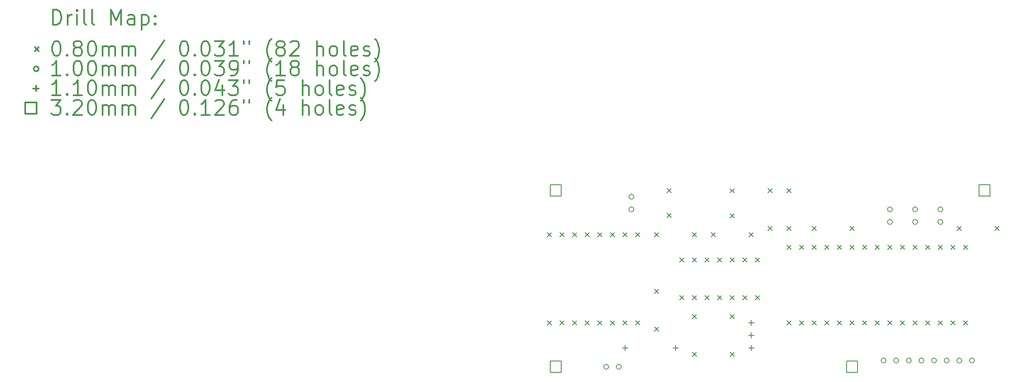
<source format=gbr>
%FSLAX45Y45*%
G04 Gerber Fmt 4.5, Leading zero omitted, Abs format (unit mm)*
G04 Created by KiCad (PCBNEW (5.0.0)) date 10/10/18 12:12:27*
%MOMM*%
%LPD*%
G01*
G04 APERTURE LIST*
%ADD10C,0.200000*%
%ADD11C,0.300000*%
G04 APERTURE END LIST*
D10*
X15073000Y-4913000D02*
X15153000Y-4993000D01*
X15153000Y-4913000D02*
X15073000Y-4993000D01*
X15073000Y-6437000D02*
X15153000Y-6517000D01*
X15153000Y-6437000D02*
X15073000Y-6517000D01*
X15327000Y-4913000D02*
X15407000Y-4993000D01*
X15407000Y-4913000D02*
X15327000Y-4993000D01*
X15327000Y-6437000D02*
X15407000Y-6517000D01*
X15407000Y-6437000D02*
X15327000Y-6517000D01*
X15581000Y-4913000D02*
X15661000Y-4993000D01*
X15661000Y-4913000D02*
X15581000Y-4993000D01*
X15581000Y-6437000D02*
X15661000Y-6517000D01*
X15661000Y-6437000D02*
X15581000Y-6517000D01*
X15835000Y-4913000D02*
X15915000Y-4993000D01*
X15915000Y-4913000D02*
X15835000Y-4993000D01*
X15835000Y-6437000D02*
X15915000Y-6517000D01*
X15915000Y-6437000D02*
X15835000Y-6517000D01*
X16089000Y-4913000D02*
X16169000Y-4993000D01*
X16169000Y-4913000D02*
X16089000Y-4993000D01*
X16089000Y-6437000D02*
X16169000Y-6517000D01*
X16169000Y-6437000D02*
X16089000Y-6517000D01*
X16343000Y-4913000D02*
X16423000Y-4993000D01*
X16423000Y-4913000D02*
X16343000Y-4993000D01*
X16343000Y-6437000D02*
X16423000Y-6517000D01*
X16423000Y-6437000D02*
X16343000Y-6517000D01*
X16597000Y-4913000D02*
X16677000Y-4993000D01*
X16677000Y-4913000D02*
X16597000Y-4993000D01*
X16597000Y-6437000D02*
X16677000Y-6517000D01*
X16677000Y-6437000D02*
X16597000Y-6517000D01*
X16851000Y-4913000D02*
X16931000Y-4993000D01*
X16931000Y-4913000D02*
X16851000Y-4993000D01*
X16851000Y-6437000D02*
X16931000Y-6517000D01*
X16931000Y-6437000D02*
X16851000Y-6517000D01*
X17105000Y-4913000D02*
X17185000Y-4993000D01*
X17185000Y-4913000D02*
X17105000Y-4993000D01*
X17105000Y-6437000D02*
X17185000Y-6517000D01*
X17185000Y-6437000D02*
X17105000Y-6517000D01*
X17359000Y-4913000D02*
X17439000Y-4993000D01*
X17439000Y-4913000D02*
X17359000Y-4993000D01*
X17359000Y-6437000D02*
X17439000Y-6517000D01*
X17439000Y-6437000D02*
X17359000Y-6517000D01*
X17613000Y-4913000D02*
X17693000Y-4993000D01*
X17693000Y-4913000D02*
X17613000Y-4993000D01*
X17613000Y-6437000D02*
X17693000Y-6517000D01*
X17693000Y-6437000D02*
X17613000Y-6517000D01*
X17867000Y-4913000D02*
X17947000Y-4993000D01*
X17947000Y-4913000D02*
X17867000Y-4993000D01*
X17867000Y-6437000D02*
X17947000Y-6517000D01*
X17947000Y-6437000D02*
X17867000Y-6517000D01*
X18121000Y-4913000D02*
X18201000Y-4993000D01*
X18201000Y-4913000D02*
X18121000Y-4993000D01*
X18121000Y-6437000D02*
X18201000Y-6517000D01*
X18201000Y-6437000D02*
X18121000Y-6517000D01*
X18375000Y-4913000D02*
X18455000Y-4993000D01*
X18455000Y-4913000D02*
X18375000Y-4993000D01*
X18375000Y-6437000D02*
X18455000Y-6517000D01*
X18455000Y-6437000D02*
X18375000Y-6517000D01*
X18629000Y-4913000D02*
X18709000Y-4993000D01*
X18709000Y-4913000D02*
X18629000Y-4993000D01*
X18629000Y-6437000D02*
X18709000Y-6517000D01*
X18709000Y-6437000D02*
X18629000Y-6517000D01*
X15073000Y-3770000D02*
X15153000Y-3850000D01*
X15153000Y-3770000D02*
X15073000Y-3850000D01*
X15073000Y-4532000D02*
X15153000Y-4612000D01*
X15153000Y-4532000D02*
X15073000Y-4612000D01*
X15581000Y-4532000D02*
X15661000Y-4612000D01*
X15661000Y-4532000D02*
X15581000Y-4612000D01*
X16343000Y-4532000D02*
X16423000Y-4612000D01*
X16423000Y-4532000D02*
X16343000Y-4612000D01*
X13549000Y-4659000D02*
X13629000Y-4739000D01*
X13629000Y-4659000D02*
X13549000Y-4739000D01*
X14311000Y-4659000D02*
X14391000Y-4739000D01*
X14391000Y-4659000D02*
X14311000Y-4739000D01*
X13930000Y-6310000D02*
X14010000Y-6390000D01*
X14010000Y-6310000D02*
X13930000Y-6390000D01*
X13930000Y-7072000D02*
X14010000Y-7152000D01*
X14010000Y-7072000D02*
X13930000Y-7152000D01*
X13930000Y-3778000D02*
X14010000Y-3858000D01*
X14010000Y-3778000D02*
X13930000Y-3858000D01*
X13930000Y-4278000D02*
X14010000Y-4358000D01*
X14010000Y-4278000D02*
X13930000Y-4358000D01*
X13168000Y-6310000D02*
X13248000Y-6390000D01*
X13248000Y-6310000D02*
X13168000Y-6390000D01*
X13168000Y-7072000D02*
X13248000Y-7152000D01*
X13248000Y-7072000D02*
X13168000Y-7152000D01*
X18502000Y-4532000D02*
X18582000Y-4612000D01*
X18582000Y-4532000D02*
X18502000Y-4612000D01*
X19264000Y-4532000D02*
X19344000Y-4612000D01*
X19344000Y-4532000D02*
X19264000Y-4612000D01*
X14692000Y-3770000D02*
X14772000Y-3850000D01*
X14772000Y-3770000D02*
X14692000Y-3850000D01*
X14692000Y-4532000D02*
X14772000Y-4612000D01*
X14772000Y-4532000D02*
X14692000Y-4612000D01*
X12914000Y-5167000D02*
X12994000Y-5247000D01*
X12994000Y-5167000D02*
X12914000Y-5247000D01*
X12914000Y-5929000D02*
X12994000Y-6009000D01*
X12994000Y-5929000D02*
X12914000Y-6009000D01*
X13168000Y-5167000D02*
X13248000Y-5247000D01*
X13248000Y-5167000D02*
X13168000Y-5247000D01*
X13168000Y-5929000D02*
X13248000Y-6009000D01*
X13248000Y-5929000D02*
X13168000Y-6009000D01*
X13422000Y-5167000D02*
X13502000Y-5247000D01*
X13502000Y-5167000D02*
X13422000Y-5247000D01*
X13422000Y-5929000D02*
X13502000Y-6009000D01*
X13502000Y-5929000D02*
X13422000Y-6009000D01*
X13676000Y-5167000D02*
X13756000Y-5247000D01*
X13756000Y-5167000D02*
X13676000Y-5247000D01*
X13676000Y-5929000D02*
X13756000Y-6009000D01*
X13756000Y-5929000D02*
X13676000Y-6009000D01*
X13930000Y-5167000D02*
X14010000Y-5247000D01*
X14010000Y-5167000D02*
X13930000Y-5247000D01*
X13930000Y-5929000D02*
X14010000Y-6009000D01*
X14010000Y-5929000D02*
X13930000Y-6009000D01*
X14184000Y-5167000D02*
X14264000Y-5247000D01*
X14264000Y-5167000D02*
X14184000Y-5247000D01*
X14184000Y-5929000D02*
X14264000Y-6009000D01*
X14264000Y-5929000D02*
X14184000Y-6009000D01*
X14438000Y-5167000D02*
X14518000Y-5247000D01*
X14518000Y-5167000D02*
X14438000Y-5247000D01*
X14438000Y-5929000D02*
X14518000Y-6009000D01*
X14518000Y-5929000D02*
X14438000Y-6009000D01*
X12660000Y-3770000D02*
X12740000Y-3850000D01*
X12740000Y-3770000D02*
X12660000Y-3850000D01*
X12660000Y-4270000D02*
X12740000Y-4350000D01*
X12740000Y-4270000D02*
X12660000Y-4350000D01*
X12406000Y-4659000D02*
X12486000Y-4739000D01*
X12486000Y-4659000D02*
X12406000Y-4739000D01*
X13168000Y-4659000D02*
X13248000Y-4739000D01*
X13248000Y-4659000D02*
X13168000Y-4739000D01*
X12406000Y-5802000D02*
X12486000Y-5882000D01*
X12486000Y-5802000D02*
X12406000Y-5882000D01*
X12406000Y-6564000D02*
X12486000Y-6644000D01*
X12486000Y-6564000D02*
X12406000Y-6644000D01*
X10247000Y-4659000D02*
X10327000Y-4739000D01*
X10327000Y-4659000D02*
X10247000Y-4739000D01*
X10247000Y-6437000D02*
X10327000Y-6517000D01*
X10327000Y-6437000D02*
X10247000Y-6517000D01*
X10501000Y-4659000D02*
X10581000Y-4739000D01*
X10581000Y-4659000D02*
X10501000Y-4739000D01*
X10501000Y-6437000D02*
X10581000Y-6517000D01*
X10581000Y-6437000D02*
X10501000Y-6517000D01*
X10755000Y-4659000D02*
X10835000Y-4739000D01*
X10835000Y-4659000D02*
X10755000Y-4739000D01*
X10755000Y-6437000D02*
X10835000Y-6517000D01*
X10835000Y-6437000D02*
X10755000Y-6517000D01*
X11009000Y-4659000D02*
X11089000Y-4739000D01*
X11089000Y-4659000D02*
X11009000Y-4739000D01*
X11009000Y-6437000D02*
X11089000Y-6517000D01*
X11089000Y-6437000D02*
X11009000Y-6517000D01*
X11263000Y-4659000D02*
X11343000Y-4739000D01*
X11343000Y-4659000D02*
X11263000Y-4739000D01*
X11263000Y-6437000D02*
X11343000Y-6517000D01*
X11343000Y-6437000D02*
X11263000Y-6517000D01*
X11517000Y-4659000D02*
X11597000Y-4739000D01*
X11597000Y-4659000D02*
X11517000Y-4739000D01*
X11517000Y-6437000D02*
X11597000Y-6517000D01*
X11597000Y-6437000D02*
X11517000Y-6517000D01*
X11771000Y-4659000D02*
X11851000Y-4739000D01*
X11851000Y-4659000D02*
X11771000Y-4739000D01*
X11771000Y-6437000D02*
X11851000Y-6517000D01*
X11851000Y-6437000D02*
X11771000Y-6517000D01*
X12025000Y-4659000D02*
X12105000Y-4739000D01*
X12105000Y-4659000D02*
X12025000Y-4739000D01*
X12025000Y-6437000D02*
X12105000Y-6517000D01*
X12105000Y-6437000D02*
X12025000Y-6517000D01*
X17068000Y-7239000D02*
G75*
G03X17068000Y-7239000I-50000J0D01*
G01*
X17322000Y-7239000D02*
G75*
G03X17322000Y-7239000I-50000J0D01*
G01*
X17576000Y-7239000D02*
G75*
G03X17576000Y-7239000I-50000J0D01*
G01*
X17830000Y-7239000D02*
G75*
G03X17830000Y-7239000I-50000J0D01*
G01*
X18084000Y-7239000D02*
G75*
G03X18084000Y-7239000I-50000J0D01*
G01*
X18338000Y-7239000D02*
G75*
G03X18338000Y-7239000I-50000J0D01*
G01*
X18592000Y-7239000D02*
G75*
G03X18592000Y-7239000I-50000J0D01*
G01*
X18846000Y-7239000D02*
G75*
G03X18846000Y-7239000I-50000J0D01*
G01*
X11480000Y-7366000D02*
G75*
G03X11480000Y-7366000I-50000J0D01*
G01*
X11734000Y-7366000D02*
G75*
G03X11734000Y-7366000I-50000J0D01*
G01*
X17195000Y-4191000D02*
G75*
G03X17195000Y-4191000I-50000J0D01*
G01*
X17195000Y-4445000D02*
G75*
G03X17195000Y-4445000I-50000J0D01*
G01*
X11988000Y-3937000D02*
G75*
G03X11988000Y-3937000I-50000J0D01*
G01*
X11988000Y-4191000D02*
G75*
G03X11988000Y-4191000I-50000J0D01*
G01*
X17703000Y-4191000D02*
G75*
G03X17703000Y-4191000I-50000J0D01*
G01*
X17703000Y-4445000D02*
G75*
G03X17703000Y-4445000I-50000J0D01*
G01*
X18211000Y-4191000D02*
G75*
G03X18211000Y-4191000I-50000J0D01*
G01*
X18211000Y-4445000D02*
G75*
G03X18211000Y-4445000I-50000J0D01*
G01*
X14351000Y-6422000D02*
X14351000Y-6532000D01*
X14296000Y-6477000D02*
X14406000Y-6477000D01*
X14351000Y-6676000D02*
X14351000Y-6786000D01*
X14296000Y-6731000D02*
X14406000Y-6731000D01*
X14351000Y-6930000D02*
X14351000Y-7040000D01*
X14296000Y-6985000D02*
X14406000Y-6985000D01*
X11811000Y-6930000D02*
X11811000Y-7040000D01*
X11756000Y-6985000D02*
X11866000Y-6985000D01*
X12827000Y-6930000D02*
X12827000Y-7040000D01*
X12772000Y-6985000D02*
X12882000Y-6985000D01*
X10527138Y-3923138D02*
X10527138Y-3696862D01*
X10300862Y-3696862D01*
X10300862Y-3923138D01*
X10527138Y-3923138D01*
X10527138Y-7479138D02*
X10527138Y-7252862D01*
X10300862Y-7252862D01*
X10300862Y-7479138D01*
X10527138Y-7479138D01*
X16496138Y-7479138D02*
X16496138Y-7252862D01*
X16269862Y-7252862D01*
X16269862Y-7479138D01*
X16496138Y-7479138D01*
X19163138Y-3923138D02*
X19163138Y-3696862D01*
X18936862Y-3696862D01*
X18936862Y-3923138D01*
X19163138Y-3923138D01*
D11*
X286429Y-465714D02*
X286429Y-165714D01*
X357857Y-165714D01*
X400714Y-180000D01*
X429286Y-208571D01*
X443571Y-237143D01*
X457857Y-294286D01*
X457857Y-337143D01*
X443571Y-394286D01*
X429286Y-422857D01*
X400714Y-451428D01*
X357857Y-465714D01*
X286429Y-465714D01*
X586429Y-465714D02*
X586429Y-265714D01*
X586429Y-322857D02*
X600714Y-294286D01*
X615000Y-280000D01*
X643571Y-265714D01*
X672143Y-265714D01*
X772143Y-465714D02*
X772143Y-265714D01*
X772143Y-165714D02*
X757857Y-180000D01*
X772143Y-194286D01*
X786428Y-180000D01*
X772143Y-165714D01*
X772143Y-194286D01*
X957857Y-465714D02*
X929286Y-451428D01*
X915000Y-422857D01*
X915000Y-165714D01*
X1115000Y-465714D02*
X1086429Y-451428D01*
X1072143Y-422857D01*
X1072143Y-165714D01*
X1457857Y-465714D02*
X1457857Y-165714D01*
X1557857Y-380000D01*
X1657857Y-165714D01*
X1657857Y-465714D01*
X1929286Y-465714D02*
X1929286Y-308571D01*
X1915000Y-280000D01*
X1886428Y-265714D01*
X1829286Y-265714D01*
X1800714Y-280000D01*
X1929286Y-451428D02*
X1900714Y-465714D01*
X1829286Y-465714D01*
X1800714Y-451428D01*
X1786428Y-422857D01*
X1786428Y-394286D01*
X1800714Y-365714D01*
X1829286Y-351428D01*
X1900714Y-351428D01*
X1929286Y-337143D01*
X2072143Y-265714D02*
X2072143Y-565714D01*
X2072143Y-280000D02*
X2100714Y-265714D01*
X2157857Y-265714D01*
X2186429Y-280000D01*
X2200714Y-294286D01*
X2215000Y-322857D01*
X2215000Y-408571D01*
X2200714Y-437143D01*
X2186429Y-451428D01*
X2157857Y-465714D01*
X2100714Y-465714D01*
X2072143Y-451428D01*
X2343571Y-437143D02*
X2357857Y-451428D01*
X2343571Y-465714D01*
X2329286Y-451428D01*
X2343571Y-437143D01*
X2343571Y-465714D01*
X2343571Y-280000D02*
X2357857Y-294286D01*
X2343571Y-308571D01*
X2329286Y-294286D01*
X2343571Y-280000D01*
X2343571Y-308571D01*
X-80000Y-920000D02*
X0Y-1000000D01*
X0Y-920000D02*
X-80000Y-1000000D01*
X343571Y-795714D02*
X372143Y-795714D01*
X400714Y-810000D01*
X415000Y-824286D01*
X429286Y-852857D01*
X443571Y-910000D01*
X443571Y-981428D01*
X429286Y-1038571D01*
X415000Y-1067143D01*
X400714Y-1081429D01*
X372143Y-1095714D01*
X343571Y-1095714D01*
X315000Y-1081429D01*
X300714Y-1067143D01*
X286429Y-1038571D01*
X272143Y-981428D01*
X272143Y-910000D01*
X286429Y-852857D01*
X300714Y-824286D01*
X315000Y-810000D01*
X343571Y-795714D01*
X572143Y-1067143D02*
X586429Y-1081429D01*
X572143Y-1095714D01*
X557857Y-1081429D01*
X572143Y-1067143D01*
X572143Y-1095714D01*
X757857Y-924286D02*
X729286Y-910000D01*
X715000Y-895714D01*
X700714Y-867143D01*
X700714Y-852857D01*
X715000Y-824286D01*
X729286Y-810000D01*
X757857Y-795714D01*
X815000Y-795714D01*
X843571Y-810000D01*
X857857Y-824286D01*
X872143Y-852857D01*
X872143Y-867143D01*
X857857Y-895714D01*
X843571Y-910000D01*
X815000Y-924286D01*
X757857Y-924286D01*
X729286Y-938571D01*
X715000Y-952857D01*
X700714Y-981428D01*
X700714Y-1038571D01*
X715000Y-1067143D01*
X729286Y-1081429D01*
X757857Y-1095714D01*
X815000Y-1095714D01*
X843571Y-1081429D01*
X857857Y-1067143D01*
X872143Y-1038571D01*
X872143Y-981428D01*
X857857Y-952857D01*
X843571Y-938571D01*
X815000Y-924286D01*
X1057857Y-795714D02*
X1086429Y-795714D01*
X1115000Y-810000D01*
X1129286Y-824286D01*
X1143571Y-852857D01*
X1157857Y-910000D01*
X1157857Y-981428D01*
X1143571Y-1038571D01*
X1129286Y-1067143D01*
X1115000Y-1081429D01*
X1086429Y-1095714D01*
X1057857Y-1095714D01*
X1029286Y-1081429D01*
X1015000Y-1067143D01*
X1000714Y-1038571D01*
X986428Y-981428D01*
X986428Y-910000D01*
X1000714Y-852857D01*
X1015000Y-824286D01*
X1029286Y-810000D01*
X1057857Y-795714D01*
X1286429Y-1095714D02*
X1286429Y-895714D01*
X1286429Y-924286D02*
X1300714Y-910000D01*
X1329286Y-895714D01*
X1372143Y-895714D01*
X1400714Y-910000D01*
X1415000Y-938571D01*
X1415000Y-1095714D01*
X1415000Y-938571D02*
X1429286Y-910000D01*
X1457857Y-895714D01*
X1500714Y-895714D01*
X1529286Y-910000D01*
X1543571Y-938571D01*
X1543571Y-1095714D01*
X1686428Y-1095714D02*
X1686428Y-895714D01*
X1686428Y-924286D02*
X1700714Y-910000D01*
X1729286Y-895714D01*
X1772143Y-895714D01*
X1800714Y-910000D01*
X1815000Y-938571D01*
X1815000Y-1095714D01*
X1815000Y-938571D02*
X1829286Y-910000D01*
X1857857Y-895714D01*
X1900714Y-895714D01*
X1929286Y-910000D01*
X1943571Y-938571D01*
X1943571Y-1095714D01*
X2529286Y-781428D02*
X2272143Y-1167143D01*
X2915000Y-795714D02*
X2943571Y-795714D01*
X2972143Y-810000D01*
X2986428Y-824286D01*
X3000714Y-852857D01*
X3015000Y-910000D01*
X3015000Y-981428D01*
X3000714Y-1038571D01*
X2986428Y-1067143D01*
X2972143Y-1081429D01*
X2943571Y-1095714D01*
X2915000Y-1095714D01*
X2886428Y-1081429D01*
X2872143Y-1067143D01*
X2857857Y-1038571D01*
X2843571Y-981428D01*
X2843571Y-910000D01*
X2857857Y-852857D01*
X2872143Y-824286D01*
X2886428Y-810000D01*
X2915000Y-795714D01*
X3143571Y-1067143D02*
X3157857Y-1081429D01*
X3143571Y-1095714D01*
X3129286Y-1081429D01*
X3143571Y-1067143D01*
X3143571Y-1095714D01*
X3343571Y-795714D02*
X3372143Y-795714D01*
X3400714Y-810000D01*
X3415000Y-824286D01*
X3429286Y-852857D01*
X3443571Y-910000D01*
X3443571Y-981428D01*
X3429286Y-1038571D01*
X3415000Y-1067143D01*
X3400714Y-1081429D01*
X3372143Y-1095714D01*
X3343571Y-1095714D01*
X3315000Y-1081429D01*
X3300714Y-1067143D01*
X3286428Y-1038571D01*
X3272143Y-981428D01*
X3272143Y-910000D01*
X3286428Y-852857D01*
X3300714Y-824286D01*
X3315000Y-810000D01*
X3343571Y-795714D01*
X3543571Y-795714D02*
X3729286Y-795714D01*
X3629286Y-910000D01*
X3672143Y-910000D01*
X3700714Y-924286D01*
X3715000Y-938571D01*
X3729286Y-967143D01*
X3729286Y-1038571D01*
X3715000Y-1067143D01*
X3700714Y-1081429D01*
X3672143Y-1095714D01*
X3586428Y-1095714D01*
X3557857Y-1081429D01*
X3543571Y-1067143D01*
X4015000Y-1095714D02*
X3843571Y-1095714D01*
X3929286Y-1095714D02*
X3929286Y-795714D01*
X3900714Y-838571D01*
X3872143Y-867143D01*
X3843571Y-881428D01*
X4129286Y-795714D02*
X4129286Y-852857D01*
X4243571Y-795714D02*
X4243571Y-852857D01*
X4686429Y-1210000D02*
X4672143Y-1195714D01*
X4643571Y-1152857D01*
X4629286Y-1124286D01*
X4615000Y-1081429D01*
X4600714Y-1010000D01*
X4600714Y-952857D01*
X4615000Y-881428D01*
X4629286Y-838571D01*
X4643571Y-810000D01*
X4672143Y-767143D01*
X4686429Y-752857D01*
X4843571Y-924286D02*
X4815000Y-910000D01*
X4800714Y-895714D01*
X4786429Y-867143D01*
X4786429Y-852857D01*
X4800714Y-824286D01*
X4815000Y-810000D01*
X4843571Y-795714D01*
X4900714Y-795714D01*
X4929286Y-810000D01*
X4943571Y-824286D01*
X4957857Y-852857D01*
X4957857Y-867143D01*
X4943571Y-895714D01*
X4929286Y-910000D01*
X4900714Y-924286D01*
X4843571Y-924286D01*
X4815000Y-938571D01*
X4800714Y-952857D01*
X4786429Y-981428D01*
X4786429Y-1038571D01*
X4800714Y-1067143D01*
X4815000Y-1081429D01*
X4843571Y-1095714D01*
X4900714Y-1095714D01*
X4929286Y-1081429D01*
X4943571Y-1067143D01*
X4957857Y-1038571D01*
X4957857Y-981428D01*
X4943571Y-952857D01*
X4929286Y-938571D01*
X4900714Y-924286D01*
X5072143Y-824286D02*
X5086429Y-810000D01*
X5115000Y-795714D01*
X5186429Y-795714D01*
X5215000Y-810000D01*
X5229286Y-824286D01*
X5243571Y-852857D01*
X5243571Y-881428D01*
X5229286Y-924286D01*
X5057857Y-1095714D01*
X5243571Y-1095714D01*
X5600714Y-1095714D02*
X5600714Y-795714D01*
X5729286Y-1095714D02*
X5729286Y-938571D01*
X5715000Y-910000D01*
X5686428Y-895714D01*
X5643571Y-895714D01*
X5615000Y-910000D01*
X5600714Y-924286D01*
X5915000Y-1095714D02*
X5886428Y-1081429D01*
X5872143Y-1067143D01*
X5857857Y-1038571D01*
X5857857Y-952857D01*
X5872143Y-924286D01*
X5886428Y-910000D01*
X5915000Y-895714D01*
X5957857Y-895714D01*
X5986428Y-910000D01*
X6000714Y-924286D01*
X6015000Y-952857D01*
X6015000Y-1038571D01*
X6000714Y-1067143D01*
X5986428Y-1081429D01*
X5957857Y-1095714D01*
X5915000Y-1095714D01*
X6186428Y-1095714D02*
X6157857Y-1081429D01*
X6143571Y-1052857D01*
X6143571Y-795714D01*
X6415000Y-1081429D02*
X6386428Y-1095714D01*
X6329286Y-1095714D01*
X6300714Y-1081429D01*
X6286428Y-1052857D01*
X6286428Y-938571D01*
X6300714Y-910000D01*
X6329286Y-895714D01*
X6386428Y-895714D01*
X6415000Y-910000D01*
X6429286Y-938571D01*
X6429286Y-967143D01*
X6286428Y-995714D01*
X6543571Y-1081429D02*
X6572143Y-1095714D01*
X6629286Y-1095714D01*
X6657857Y-1081429D01*
X6672143Y-1052857D01*
X6672143Y-1038571D01*
X6657857Y-1010000D01*
X6629286Y-995714D01*
X6586428Y-995714D01*
X6557857Y-981428D01*
X6543571Y-952857D01*
X6543571Y-938571D01*
X6557857Y-910000D01*
X6586428Y-895714D01*
X6629286Y-895714D01*
X6657857Y-910000D01*
X6772143Y-1210000D02*
X6786428Y-1195714D01*
X6815000Y-1152857D01*
X6829286Y-1124286D01*
X6843571Y-1081429D01*
X6857857Y-1010000D01*
X6857857Y-952857D01*
X6843571Y-881428D01*
X6829286Y-838571D01*
X6815000Y-810000D01*
X6786428Y-767143D01*
X6772143Y-752857D01*
X0Y-1356000D02*
G75*
G03X0Y-1356000I-50000J0D01*
G01*
X443571Y-1491714D02*
X272143Y-1491714D01*
X357857Y-1491714D02*
X357857Y-1191714D01*
X329286Y-1234571D01*
X300714Y-1263143D01*
X272143Y-1277429D01*
X572143Y-1463143D02*
X586429Y-1477428D01*
X572143Y-1491714D01*
X557857Y-1477428D01*
X572143Y-1463143D01*
X572143Y-1491714D01*
X772143Y-1191714D02*
X800714Y-1191714D01*
X829286Y-1206000D01*
X843571Y-1220286D01*
X857857Y-1248857D01*
X872143Y-1306000D01*
X872143Y-1377429D01*
X857857Y-1434571D01*
X843571Y-1463143D01*
X829286Y-1477428D01*
X800714Y-1491714D01*
X772143Y-1491714D01*
X743571Y-1477428D01*
X729286Y-1463143D01*
X715000Y-1434571D01*
X700714Y-1377429D01*
X700714Y-1306000D01*
X715000Y-1248857D01*
X729286Y-1220286D01*
X743571Y-1206000D01*
X772143Y-1191714D01*
X1057857Y-1191714D02*
X1086429Y-1191714D01*
X1115000Y-1206000D01*
X1129286Y-1220286D01*
X1143571Y-1248857D01*
X1157857Y-1306000D01*
X1157857Y-1377429D01*
X1143571Y-1434571D01*
X1129286Y-1463143D01*
X1115000Y-1477428D01*
X1086429Y-1491714D01*
X1057857Y-1491714D01*
X1029286Y-1477428D01*
X1015000Y-1463143D01*
X1000714Y-1434571D01*
X986428Y-1377429D01*
X986428Y-1306000D01*
X1000714Y-1248857D01*
X1015000Y-1220286D01*
X1029286Y-1206000D01*
X1057857Y-1191714D01*
X1286429Y-1491714D02*
X1286429Y-1291714D01*
X1286429Y-1320286D02*
X1300714Y-1306000D01*
X1329286Y-1291714D01*
X1372143Y-1291714D01*
X1400714Y-1306000D01*
X1415000Y-1334571D01*
X1415000Y-1491714D01*
X1415000Y-1334571D02*
X1429286Y-1306000D01*
X1457857Y-1291714D01*
X1500714Y-1291714D01*
X1529286Y-1306000D01*
X1543571Y-1334571D01*
X1543571Y-1491714D01*
X1686428Y-1491714D02*
X1686428Y-1291714D01*
X1686428Y-1320286D02*
X1700714Y-1306000D01*
X1729286Y-1291714D01*
X1772143Y-1291714D01*
X1800714Y-1306000D01*
X1815000Y-1334571D01*
X1815000Y-1491714D01*
X1815000Y-1334571D02*
X1829286Y-1306000D01*
X1857857Y-1291714D01*
X1900714Y-1291714D01*
X1929286Y-1306000D01*
X1943571Y-1334571D01*
X1943571Y-1491714D01*
X2529286Y-1177429D02*
X2272143Y-1563143D01*
X2915000Y-1191714D02*
X2943571Y-1191714D01*
X2972143Y-1206000D01*
X2986428Y-1220286D01*
X3000714Y-1248857D01*
X3015000Y-1306000D01*
X3015000Y-1377429D01*
X3000714Y-1434571D01*
X2986428Y-1463143D01*
X2972143Y-1477428D01*
X2943571Y-1491714D01*
X2915000Y-1491714D01*
X2886428Y-1477428D01*
X2872143Y-1463143D01*
X2857857Y-1434571D01*
X2843571Y-1377429D01*
X2843571Y-1306000D01*
X2857857Y-1248857D01*
X2872143Y-1220286D01*
X2886428Y-1206000D01*
X2915000Y-1191714D01*
X3143571Y-1463143D02*
X3157857Y-1477428D01*
X3143571Y-1491714D01*
X3129286Y-1477428D01*
X3143571Y-1463143D01*
X3143571Y-1491714D01*
X3343571Y-1191714D02*
X3372143Y-1191714D01*
X3400714Y-1206000D01*
X3415000Y-1220286D01*
X3429286Y-1248857D01*
X3443571Y-1306000D01*
X3443571Y-1377429D01*
X3429286Y-1434571D01*
X3415000Y-1463143D01*
X3400714Y-1477428D01*
X3372143Y-1491714D01*
X3343571Y-1491714D01*
X3315000Y-1477428D01*
X3300714Y-1463143D01*
X3286428Y-1434571D01*
X3272143Y-1377429D01*
X3272143Y-1306000D01*
X3286428Y-1248857D01*
X3300714Y-1220286D01*
X3315000Y-1206000D01*
X3343571Y-1191714D01*
X3543571Y-1191714D02*
X3729286Y-1191714D01*
X3629286Y-1306000D01*
X3672143Y-1306000D01*
X3700714Y-1320286D01*
X3715000Y-1334571D01*
X3729286Y-1363143D01*
X3729286Y-1434571D01*
X3715000Y-1463143D01*
X3700714Y-1477428D01*
X3672143Y-1491714D01*
X3586428Y-1491714D01*
X3557857Y-1477428D01*
X3543571Y-1463143D01*
X3872143Y-1491714D02*
X3929286Y-1491714D01*
X3957857Y-1477428D01*
X3972143Y-1463143D01*
X4000714Y-1420286D01*
X4015000Y-1363143D01*
X4015000Y-1248857D01*
X4000714Y-1220286D01*
X3986428Y-1206000D01*
X3957857Y-1191714D01*
X3900714Y-1191714D01*
X3872143Y-1206000D01*
X3857857Y-1220286D01*
X3843571Y-1248857D01*
X3843571Y-1320286D01*
X3857857Y-1348857D01*
X3872143Y-1363143D01*
X3900714Y-1377429D01*
X3957857Y-1377429D01*
X3986428Y-1363143D01*
X4000714Y-1348857D01*
X4015000Y-1320286D01*
X4129286Y-1191714D02*
X4129286Y-1248857D01*
X4243571Y-1191714D02*
X4243571Y-1248857D01*
X4686429Y-1606000D02*
X4672143Y-1591714D01*
X4643571Y-1548857D01*
X4629286Y-1520286D01*
X4615000Y-1477428D01*
X4600714Y-1406000D01*
X4600714Y-1348857D01*
X4615000Y-1277429D01*
X4629286Y-1234571D01*
X4643571Y-1206000D01*
X4672143Y-1163143D01*
X4686429Y-1148857D01*
X4957857Y-1491714D02*
X4786429Y-1491714D01*
X4872143Y-1491714D02*
X4872143Y-1191714D01*
X4843571Y-1234571D01*
X4815000Y-1263143D01*
X4786429Y-1277429D01*
X5129286Y-1320286D02*
X5100714Y-1306000D01*
X5086429Y-1291714D01*
X5072143Y-1263143D01*
X5072143Y-1248857D01*
X5086429Y-1220286D01*
X5100714Y-1206000D01*
X5129286Y-1191714D01*
X5186429Y-1191714D01*
X5215000Y-1206000D01*
X5229286Y-1220286D01*
X5243571Y-1248857D01*
X5243571Y-1263143D01*
X5229286Y-1291714D01*
X5215000Y-1306000D01*
X5186429Y-1320286D01*
X5129286Y-1320286D01*
X5100714Y-1334571D01*
X5086429Y-1348857D01*
X5072143Y-1377429D01*
X5072143Y-1434571D01*
X5086429Y-1463143D01*
X5100714Y-1477428D01*
X5129286Y-1491714D01*
X5186429Y-1491714D01*
X5215000Y-1477428D01*
X5229286Y-1463143D01*
X5243571Y-1434571D01*
X5243571Y-1377429D01*
X5229286Y-1348857D01*
X5215000Y-1334571D01*
X5186429Y-1320286D01*
X5600714Y-1491714D02*
X5600714Y-1191714D01*
X5729286Y-1491714D02*
X5729286Y-1334571D01*
X5715000Y-1306000D01*
X5686428Y-1291714D01*
X5643571Y-1291714D01*
X5615000Y-1306000D01*
X5600714Y-1320286D01*
X5915000Y-1491714D02*
X5886428Y-1477428D01*
X5872143Y-1463143D01*
X5857857Y-1434571D01*
X5857857Y-1348857D01*
X5872143Y-1320286D01*
X5886428Y-1306000D01*
X5915000Y-1291714D01*
X5957857Y-1291714D01*
X5986428Y-1306000D01*
X6000714Y-1320286D01*
X6015000Y-1348857D01*
X6015000Y-1434571D01*
X6000714Y-1463143D01*
X5986428Y-1477428D01*
X5957857Y-1491714D01*
X5915000Y-1491714D01*
X6186428Y-1491714D02*
X6157857Y-1477428D01*
X6143571Y-1448857D01*
X6143571Y-1191714D01*
X6415000Y-1477428D02*
X6386428Y-1491714D01*
X6329286Y-1491714D01*
X6300714Y-1477428D01*
X6286428Y-1448857D01*
X6286428Y-1334571D01*
X6300714Y-1306000D01*
X6329286Y-1291714D01*
X6386428Y-1291714D01*
X6415000Y-1306000D01*
X6429286Y-1334571D01*
X6429286Y-1363143D01*
X6286428Y-1391714D01*
X6543571Y-1477428D02*
X6572143Y-1491714D01*
X6629286Y-1491714D01*
X6657857Y-1477428D01*
X6672143Y-1448857D01*
X6672143Y-1434571D01*
X6657857Y-1406000D01*
X6629286Y-1391714D01*
X6586428Y-1391714D01*
X6557857Y-1377429D01*
X6543571Y-1348857D01*
X6543571Y-1334571D01*
X6557857Y-1306000D01*
X6586428Y-1291714D01*
X6629286Y-1291714D01*
X6657857Y-1306000D01*
X6772143Y-1606000D02*
X6786428Y-1591714D01*
X6815000Y-1548857D01*
X6829286Y-1520286D01*
X6843571Y-1477428D01*
X6857857Y-1406000D01*
X6857857Y-1348857D01*
X6843571Y-1277429D01*
X6829286Y-1234571D01*
X6815000Y-1206000D01*
X6786428Y-1163143D01*
X6772143Y-1148857D01*
X-55000Y-1697000D02*
X-55000Y-1807000D01*
X-110000Y-1752000D02*
X0Y-1752000D01*
X443571Y-1887714D02*
X272143Y-1887714D01*
X357857Y-1887714D02*
X357857Y-1587714D01*
X329286Y-1630571D01*
X300714Y-1659143D01*
X272143Y-1673428D01*
X572143Y-1859143D02*
X586429Y-1873428D01*
X572143Y-1887714D01*
X557857Y-1873428D01*
X572143Y-1859143D01*
X572143Y-1887714D01*
X872143Y-1887714D02*
X700714Y-1887714D01*
X786428Y-1887714D02*
X786428Y-1587714D01*
X757857Y-1630571D01*
X729286Y-1659143D01*
X700714Y-1673428D01*
X1057857Y-1587714D02*
X1086429Y-1587714D01*
X1115000Y-1602000D01*
X1129286Y-1616286D01*
X1143571Y-1644857D01*
X1157857Y-1702000D01*
X1157857Y-1773428D01*
X1143571Y-1830571D01*
X1129286Y-1859143D01*
X1115000Y-1873428D01*
X1086429Y-1887714D01*
X1057857Y-1887714D01*
X1029286Y-1873428D01*
X1015000Y-1859143D01*
X1000714Y-1830571D01*
X986428Y-1773428D01*
X986428Y-1702000D01*
X1000714Y-1644857D01*
X1015000Y-1616286D01*
X1029286Y-1602000D01*
X1057857Y-1587714D01*
X1286429Y-1887714D02*
X1286429Y-1687714D01*
X1286429Y-1716286D02*
X1300714Y-1702000D01*
X1329286Y-1687714D01*
X1372143Y-1687714D01*
X1400714Y-1702000D01*
X1415000Y-1730571D01*
X1415000Y-1887714D01*
X1415000Y-1730571D02*
X1429286Y-1702000D01*
X1457857Y-1687714D01*
X1500714Y-1687714D01*
X1529286Y-1702000D01*
X1543571Y-1730571D01*
X1543571Y-1887714D01*
X1686428Y-1887714D02*
X1686428Y-1687714D01*
X1686428Y-1716286D02*
X1700714Y-1702000D01*
X1729286Y-1687714D01*
X1772143Y-1687714D01*
X1800714Y-1702000D01*
X1815000Y-1730571D01*
X1815000Y-1887714D01*
X1815000Y-1730571D02*
X1829286Y-1702000D01*
X1857857Y-1687714D01*
X1900714Y-1687714D01*
X1929286Y-1702000D01*
X1943571Y-1730571D01*
X1943571Y-1887714D01*
X2529286Y-1573428D02*
X2272143Y-1959143D01*
X2915000Y-1587714D02*
X2943571Y-1587714D01*
X2972143Y-1602000D01*
X2986428Y-1616286D01*
X3000714Y-1644857D01*
X3015000Y-1702000D01*
X3015000Y-1773428D01*
X3000714Y-1830571D01*
X2986428Y-1859143D01*
X2972143Y-1873428D01*
X2943571Y-1887714D01*
X2915000Y-1887714D01*
X2886428Y-1873428D01*
X2872143Y-1859143D01*
X2857857Y-1830571D01*
X2843571Y-1773428D01*
X2843571Y-1702000D01*
X2857857Y-1644857D01*
X2872143Y-1616286D01*
X2886428Y-1602000D01*
X2915000Y-1587714D01*
X3143571Y-1859143D02*
X3157857Y-1873428D01*
X3143571Y-1887714D01*
X3129286Y-1873428D01*
X3143571Y-1859143D01*
X3143571Y-1887714D01*
X3343571Y-1587714D02*
X3372143Y-1587714D01*
X3400714Y-1602000D01*
X3415000Y-1616286D01*
X3429286Y-1644857D01*
X3443571Y-1702000D01*
X3443571Y-1773428D01*
X3429286Y-1830571D01*
X3415000Y-1859143D01*
X3400714Y-1873428D01*
X3372143Y-1887714D01*
X3343571Y-1887714D01*
X3315000Y-1873428D01*
X3300714Y-1859143D01*
X3286428Y-1830571D01*
X3272143Y-1773428D01*
X3272143Y-1702000D01*
X3286428Y-1644857D01*
X3300714Y-1616286D01*
X3315000Y-1602000D01*
X3343571Y-1587714D01*
X3700714Y-1687714D02*
X3700714Y-1887714D01*
X3629286Y-1573428D02*
X3557857Y-1787714D01*
X3743571Y-1787714D01*
X3829286Y-1587714D02*
X4015000Y-1587714D01*
X3915000Y-1702000D01*
X3957857Y-1702000D01*
X3986428Y-1716286D01*
X4000714Y-1730571D01*
X4015000Y-1759143D01*
X4015000Y-1830571D01*
X4000714Y-1859143D01*
X3986428Y-1873428D01*
X3957857Y-1887714D01*
X3872143Y-1887714D01*
X3843571Y-1873428D01*
X3829286Y-1859143D01*
X4129286Y-1587714D02*
X4129286Y-1644857D01*
X4243571Y-1587714D02*
X4243571Y-1644857D01*
X4686429Y-2002000D02*
X4672143Y-1987714D01*
X4643571Y-1944857D01*
X4629286Y-1916286D01*
X4615000Y-1873428D01*
X4600714Y-1802000D01*
X4600714Y-1744857D01*
X4615000Y-1673428D01*
X4629286Y-1630571D01*
X4643571Y-1602000D01*
X4672143Y-1559143D01*
X4686429Y-1544857D01*
X4943571Y-1587714D02*
X4800714Y-1587714D01*
X4786429Y-1730571D01*
X4800714Y-1716286D01*
X4829286Y-1702000D01*
X4900714Y-1702000D01*
X4929286Y-1716286D01*
X4943571Y-1730571D01*
X4957857Y-1759143D01*
X4957857Y-1830571D01*
X4943571Y-1859143D01*
X4929286Y-1873428D01*
X4900714Y-1887714D01*
X4829286Y-1887714D01*
X4800714Y-1873428D01*
X4786429Y-1859143D01*
X5315000Y-1887714D02*
X5315000Y-1587714D01*
X5443571Y-1887714D02*
X5443571Y-1730571D01*
X5429286Y-1702000D01*
X5400714Y-1687714D01*
X5357857Y-1687714D01*
X5329286Y-1702000D01*
X5315000Y-1716286D01*
X5629286Y-1887714D02*
X5600714Y-1873428D01*
X5586429Y-1859143D01*
X5572143Y-1830571D01*
X5572143Y-1744857D01*
X5586429Y-1716286D01*
X5600714Y-1702000D01*
X5629286Y-1687714D01*
X5672143Y-1687714D01*
X5700714Y-1702000D01*
X5715000Y-1716286D01*
X5729286Y-1744857D01*
X5729286Y-1830571D01*
X5715000Y-1859143D01*
X5700714Y-1873428D01*
X5672143Y-1887714D01*
X5629286Y-1887714D01*
X5900714Y-1887714D02*
X5872143Y-1873428D01*
X5857857Y-1844857D01*
X5857857Y-1587714D01*
X6129286Y-1873428D02*
X6100714Y-1887714D01*
X6043571Y-1887714D01*
X6015000Y-1873428D01*
X6000714Y-1844857D01*
X6000714Y-1730571D01*
X6015000Y-1702000D01*
X6043571Y-1687714D01*
X6100714Y-1687714D01*
X6129286Y-1702000D01*
X6143571Y-1730571D01*
X6143571Y-1759143D01*
X6000714Y-1787714D01*
X6257857Y-1873428D02*
X6286428Y-1887714D01*
X6343571Y-1887714D01*
X6372143Y-1873428D01*
X6386428Y-1844857D01*
X6386428Y-1830571D01*
X6372143Y-1802000D01*
X6343571Y-1787714D01*
X6300714Y-1787714D01*
X6272143Y-1773428D01*
X6257857Y-1744857D01*
X6257857Y-1730571D01*
X6272143Y-1702000D01*
X6300714Y-1687714D01*
X6343571Y-1687714D01*
X6372143Y-1702000D01*
X6486428Y-2002000D02*
X6500714Y-1987714D01*
X6529286Y-1944857D01*
X6543571Y-1916286D01*
X6557857Y-1873428D01*
X6572143Y-1802000D01*
X6572143Y-1744857D01*
X6557857Y-1673428D01*
X6543571Y-1630571D01*
X6529286Y-1602000D01*
X6500714Y-1559143D01*
X6486428Y-1544857D01*
X-46862Y-2261138D02*
X-46862Y-2034862D01*
X-273138Y-2034862D01*
X-273138Y-2261138D01*
X-46862Y-2261138D01*
X257857Y-1983714D02*
X443571Y-1983714D01*
X343571Y-2098000D01*
X386428Y-2098000D01*
X415000Y-2112286D01*
X429286Y-2126571D01*
X443571Y-2155143D01*
X443571Y-2226571D01*
X429286Y-2255143D01*
X415000Y-2269429D01*
X386428Y-2283714D01*
X300714Y-2283714D01*
X272143Y-2269429D01*
X257857Y-2255143D01*
X572143Y-2255143D02*
X586429Y-2269429D01*
X572143Y-2283714D01*
X557857Y-2269429D01*
X572143Y-2255143D01*
X572143Y-2283714D01*
X700714Y-2012286D02*
X715000Y-1998000D01*
X743571Y-1983714D01*
X815000Y-1983714D01*
X843571Y-1998000D01*
X857857Y-2012286D01*
X872143Y-2040857D01*
X872143Y-2069428D01*
X857857Y-2112286D01*
X686429Y-2283714D01*
X872143Y-2283714D01*
X1057857Y-1983714D02*
X1086429Y-1983714D01*
X1115000Y-1998000D01*
X1129286Y-2012286D01*
X1143571Y-2040857D01*
X1157857Y-2098000D01*
X1157857Y-2169429D01*
X1143571Y-2226571D01*
X1129286Y-2255143D01*
X1115000Y-2269429D01*
X1086429Y-2283714D01*
X1057857Y-2283714D01*
X1029286Y-2269429D01*
X1015000Y-2255143D01*
X1000714Y-2226571D01*
X986428Y-2169429D01*
X986428Y-2098000D01*
X1000714Y-2040857D01*
X1015000Y-2012286D01*
X1029286Y-1998000D01*
X1057857Y-1983714D01*
X1286429Y-2283714D02*
X1286429Y-2083714D01*
X1286429Y-2112286D02*
X1300714Y-2098000D01*
X1329286Y-2083714D01*
X1372143Y-2083714D01*
X1400714Y-2098000D01*
X1415000Y-2126571D01*
X1415000Y-2283714D01*
X1415000Y-2126571D02*
X1429286Y-2098000D01*
X1457857Y-2083714D01*
X1500714Y-2083714D01*
X1529286Y-2098000D01*
X1543571Y-2126571D01*
X1543571Y-2283714D01*
X1686428Y-2283714D02*
X1686428Y-2083714D01*
X1686428Y-2112286D02*
X1700714Y-2098000D01*
X1729286Y-2083714D01*
X1772143Y-2083714D01*
X1800714Y-2098000D01*
X1815000Y-2126571D01*
X1815000Y-2283714D01*
X1815000Y-2126571D02*
X1829286Y-2098000D01*
X1857857Y-2083714D01*
X1900714Y-2083714D01*
X1929286Y-2098000D01*
X1943571Y-2126571D01*
X1943571Y-2283714D01*
X2529286Y-1969428D02*
X2272143Y-2355143D01*
X2915000Y-1983714D02*
X2943571Y-1983714D01*
X2972143Y-1998000D01*
X2986428Y-2012286D01*
X3000714Y-2040857D01*
X3015000Y-2098000D01*
X3015000Y-2169429D01*
X3000714Y-2226571D01*
X2986428Y-2255143D01*
X2972143Y-2269429D01*
X2943571Y-2283714D01*
X2915000Y-2283714D01*
X2886428Y-2269429D01*
X2872143Y-2255143D01*
X2857857Y-2226571D01*
X2843571Y-2169429D01*
X2843571Y-2098000D01*
X2857857Y-2040857D01*
X2872143Y-2012286D01*
X2886428Y-1998000D01*
X2915000Y-1983714D01*
X3143571Y-2255143D02*
X3157857Y-2269429D01*
X3143571Y-2283714D01*
X3129286Y-2269429D01*
X3143571Y-2255143D01*
X3143571Y-2283714D01*
X3443571Y-2283714D02*
X3272143Y-2283714D01*
X3357857Y-2283714D02*
X3357857Y-1983714D01*
X3329286Y-2026571D01*
X3300714Y-2055143D01*
X3272143Y-2069428D01*
X3557857Y-2012286D02*
X3572143Y-1998000D01*
X3600714Y-1983714D01*
X3672143Y-1983714D01*
X3700714Y-1998000D01*
X3715000Y-2012286D01*
X3729286Y-2040857D01*
X3729286Y-2069428D01*
X3715000Y-2112286D01*
X3543571Y-2283714D01*
X3729286Y-2283714D01*
X3986428Y-1983714D02*
X3929286Y-1983714D01*
X3900714Y-1998000D01*
X3886428Y-2012286D01*
X3857857Y-2055143D01*
X3843571Y-2112286D01*
X3843571Y-2226571D01*
X3857857Y-2255143D01*
X3872143Y-2269429D01*
X3900714Y-2283714D01*
X3957857Y-2283714D01*
X3986428Y-2269429D01*
X4000714Y-2255143D01*
X4015000Y-2226571D01*
X4015000Y-2155143D01*
X4000714Y-2126571D01*
X3986428Y-2112286D01*
X3957857Y-2098000D01*
X3900714Y-2098000D01*
X3872143Y-2112286D01*
X3857857Y-2126571D01*
X3843571Y-2155143D01*
X4129286Y-1983714D02*
X4129286Y-2040857D01*
X4243571Y-1983714D02*
X4243571Y-2040857D01*
X4686429Y-2398000D02*
X4672143Y-2383714D01*
X4643571Y-2340857D01*
X4629286Y-2312286D01*
X4615000Y-2269429D01*
X4600714Y-2198000D01*
X4600714Y-2140857D01*
X4615000Y-2069428D01*
X4629286Y-2026571D01*
X4643571Y-1998000D01*
X4672143Y-1955143D01*
X4686429Y-1940857D01*
X4929286Y-2083714D02*
X4929286Y-2283714D01*
X4857857Y-1969428D02*
X4786429Y-2183714D01*
X4972143Y-2183714D01*
X5315000Y-2283714D02*
X5315000Y-1983714D01*
X5443571Y-2283714D02*
X5443571Y-2126571D01*
X5429286Y-2098000D01*
X5400714Y-2083714D01*
X5357857Y-2083714D01*
X5329286Y-2098000D01*
X5315000Y-2112286D01*
X5629286Y-2283714D02*
X5600714Y-2269429D01*
X5586429Y-2255143D01*
X5572143Y-2226571D01*
X5572143Y-2140857D01*
X5586429Y-2112286D01*
X5600714Y-2098000D01*
X5629286Y-2083714D01*
X5672143Y-2083714D01*
X5700714Y-2098000D01*
X5715000Y-2112286D01*
X5729286Y-2140857D01*
X5729286Y-2226571D01*
X5715000Y-2255143D01*
X5700714Y-2269429D01*
X5672143Y-2283714D01*
X5629286Y-2283714D01*
X5900714Y-2283714D02*
X5872143Y-2269429D01*
X5857857Y-2240857D01*
X5857857Y-1983714D01*
X6129286Y-2269429D02*
X6100714Y-2283714D01*
X6043571Y-2283714D01*
X6015000Y-2269429D01*
X6000714Y-2240857D01*
X6000714Y-2126571D01*
X6015000Y-2098000D01*
X6043571Y-2083714D01*
X6100714Y-2083714D01*
X6129286Y-2098000D01*
X6143571Y-2126571D01*
X6143571Y-2155143D01*
X6000714Y-2183714D01*
X6257857Y-2269429D02*
X6286428Y-2283714D01*
X6343571Y-2283714D01*
X6372143Y-2269429D01*
X6386428Y-2240857D01*
X6386428Y-2226571D01*
X6372143Y-2198000D01*
X6343571Y-2183714D01*
X6300714Y-2183714D01*
X6272143Y-2169429D01*
X6257857Y-2140857D01*
X6257857Y-2126571D01*
X6272143Y-2098000D01*
X6300714Y-2083714D01*
X6343571Y-2083714D01*
X6372143Y-2098000D01*
X6486428Y-2398000D02*
X6500714Y-2383714D01*
X6529286Y-2340857D01*
X6543571Y-2312286D01*
X6557857Y-2269429D01*
X6572143Y-2198000D01*
X6572143Y-2140857D01*
X6557857Y-2069428D01*
X6543571Y-2026571D01*
X6529286Y-1998000D01*
X6500714Y-1955143D01*
X6486428Y-1940857D01*
M02*

</source>
